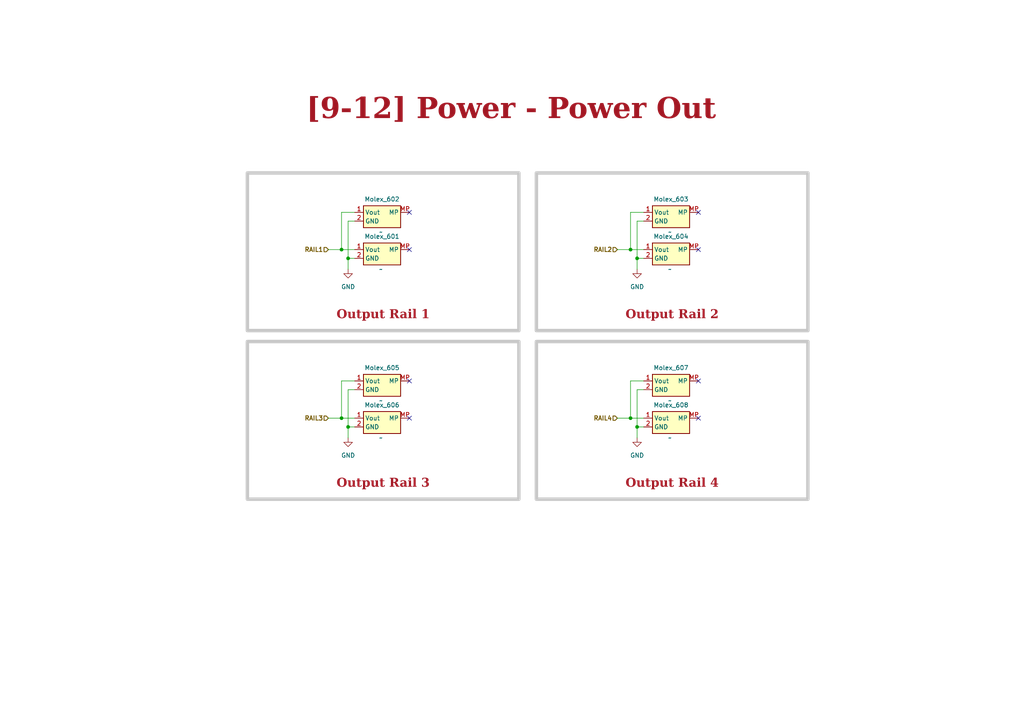
<source format=kicad_sch>
(kicad_sch (version 20231120) (generator "eeschema") (generator_version "8.0")
  (paper "A4")
  (lib_symbols
    (symbol "0_connectors:Molex__755611500"
      (property "Reference" "Molex_755611500" (at 0 0 0))
      (symbol "Molex__755611500_1_1"
        (rectangle (start -5.08 7.62) (end 5.715 1.27) (stroke (width 0.254)) (fill (type background)))
        (pin passive line (at -7.62 5.715 0) (length 2.54) (name "Vout") (number "1"))
        (pin passive line (at -7.62 3.175 0) (length 2.54) (name "GND") (number "2"))
        (pin passive line (at 8.255 5.715 180) (length 2.54) (name "MP") (number "MP"))
      )
    )
    (symbol "power:GND" (power) (pin_names (offset 0))
      (property "Value" "GND" (at 0 -3.81 0))
      (symbol "GND_0_1"
        (polyline (pts (xy 0 0) (xy 0 -1.27) (xy 1.27 -1.27) (xy 0 -2.54) (xy -1.27 -1.27) (xy 0 -1.27)))
      )
      (symbol "GND_1_1"
        (pin power_in line (at 0 0 270) (length 0) hide (name "GND") (number "1"))
      )
    )
  )
  (junction (at 184.785 123.825))
  (junction (at 182.88 121.285))
  (junction (at 100.965 74.93))
  (junction (at 184.785 74.93))
  (junction (at 100.965 123.825))
  (junction (at 99.06 121.285))
  (junction (at 182.88 72.39))
  (junction (at 99.06 72.39))
  (no_connect (at 202.565 61.595))
  (no_connect (at 118.745 110.49))
  (no_connect (at 202.565 72.39))
  (no_connect (at 118.745 61.595))
  (no_connect (at 202.565 110.49))
  (no_connect (at 118.745 121.285))
  (no_connect (at 202.565 121.285))
  (no_connect (at 118.745 72.39))
  (wire (pts (xy 99.06 61.595) (xy 99.06 72.39)))
  (wire (pts (xy 95.25 121.285) (xy 99.06 121.285)))
  (wire (pts (xy 102.87 64.135) (xy 100.965 64.135)))
  (wire (pts (xy 102.87 74.93) (xy 100.965 74.93)))
  (wire (pts (xy 99.06 121.285) (xy 102.87 121.285)))
  (wire (pts (xy 100.965 113.03) (xy 100.965 123.825)))
  (wire (pts (xy 182.88 121.285) (xy 186.69 121.285)))
  (wire (pts (xy 179.07 121.285) (xy 182.88 121.285)))
  (wire (pts (xy 182.88 61.595) (xy 182.88 72.39)))
  (wire (pts (xy 102.87 61.595) (xy 99.06 61.595)))
  (wire (pts (xy 100.965 74.93) (xy 100.965 78.105)))
  (wire (pts (xy 102.87 123.825) (xy 100.965 123.825)))
  (wire (pts (xy 182.88 72.39) (xy 186.69 72.39)))
  (wire (pts (xy 186.69 113.03) (xy 184.785 113.03)))
  (wire (pts (xy 186.69 64.135) (xy 184.785 64.135)))
  (wire (pts (xy 179.07 72.39) (xy 182.88 72.39)))
  (wire (pts (xy 95.25 72.39) (xy 99.06 72.39)))
  (wire (pts (xy 186.69 123.825) (xy 184.785 123.825)))
  (wire (pts (xy 184.785 74.93) (xy 184.785 78.105)))
  (wire (pts (xy 186.69 110.49) (xy 182.88 110.49)))
  (wire (pts (xy 184.785 113.03) (xy 184.785 123.825)))
  (wire (pts (xy 102.87 110.49) (xy 99.06 110.49)))
  (wire (pts (xy 186.69 61.595) (xy 182.88 61.595)))
  (wire (pts (xy 182.88 110.49) (xy 182.88 121.285)))
  (wire (pts (xy 99.06 72.39) (xy 102.87 72.39)))
  (wire (pts (xy 102.87 113.03) (xy 100.965 113.03)))
  (wire (pts (xy 184.785 64.135) (xy 184.785 74.93)))
  (wire (pts (xy 186.69 74.93) (xy 184.785 74.93)))
  (wire (pts (xy 100.965 64.135) (xy 100.965 74.93)))
  (wire (pts (xy 184.785 123.825) (xy 184.785 127)))
  (wire (pts (xy 99.06 110.49) (xy 99.06 121.285)))
  (wire (pts (xy 100.965 123.825) (xy 100.965 127)))
  (rectangle (start 71.755 50.165) (end 150.495 95.885) (stroke (width 1) (color 200 200 200 1)))
  (rectangle (start 155.575 50.165) (end 234.315 95.885) (stroke (width 1) (color 200 200 200 1)))
  (rectangle (start 155.575 99.06) (end 234.315 144.78) (stroke (width 1) (color 200 200 200 1)))
  (rectangle (start 71.755 99.06) (end 150.495 144.78) (stroke (width 1) (color 200 200 200 1)))
  (text_box "[9-12] Power - Power Out\n" (at 12.065 25.4 0) (size 272.415 12.7) (stroke (width -0.0001)) (effects (font (size 6 6) (thickness 1.2) (bold yes))))
  (text_box "Output Rail 1" (at 72.39 85.09 0) (size 77.47 9.525) (stroke (width -0.0001)) (effects (font (size 2.54 2.54) (thickness 0.508) (bold yes)) (justify bottom)))
  (text_box "Output Rail 3\n" (at 72.39 133.985 0) (size 77.47 9.525) (stroke (width -0.0001)) (effects (font (size 2.54 2.54) (thickness 0.508) (bold yes)) (justify bottom)))
  (text_box "Output Rail 2\n\n" (at 156.21 85.09 0) (size 77.47 9.525) (stroke (width -0.0001)) (effects (font (size 2.54 2.54) (thickness 0.508) (bold yes)) (justify bottom)))
  (text_box "Output Rail 4" (at 156.21 133.985 0) (size 77.47 9.525) (stroke (width -0.0001)) (effects (font (size 2.54 2.54) (thickness 0.508) (bold yes)) (justify bottom)))
  (hierarchical_label "RAIL1" (shape input) (at 95.25 72.39 180) (effects (font (thickness 0.254) (bold yes))))
  (hierarchical_label "RAIL4" (shape input) (at 179.07 121.285 180) (effects (font (thickness 0.254) (bold yes))))
  (hierarchical_label "RAIL3" (shape input) (at 95.25 121.285 180) (effects (font (thickness 0.254) (bold yes))))
  (hierarchical_label "RAIL2" (shape input) (at 179.07 72.39 180) (effects (font (thickness 0.254) (bold yes))))
  (symbol (lib_id "0_connectors:Molex__755611500") (at 110.49 67.31 0) (unit 1)
    (property "Reference" "Molex_602" (at 110.8075 57.785 0))
    (property "Value" "~" (at 110.49 67.31 0))
    (property "Footprint" "0_connectors:172448-YY02" (effects (hide yes)))
  )
  (symbol (lib_id "0_connectors:Molex__755611500") (at 194.31 78.105 0) (unit 1)
    (property "Reference" "Molex_604" (at 194.6275 68.58 0))
    (property "Value" "~" (at 194.31 78.105 0))
    (property "Footprint" "0_connectors:172448-YY02" (effects (hide yes)))
  )
  (symbol (lib_id "0_connectors:Molex__755611500") (at 110.49 116.205 0) (unit 1)
    (property "Reference" "Molex_605" (at 110.8075 106.68 0))
    (property "Value" "~" (at 110.49 116.205 0))
    (property "Footprint" "0_connectors:172448-YY02" (effects (hide yes)))
  )
  (symbol (lib_id "0_connectors:Molex__755611500") (at 194.31 67.31 0) (unit 1)
    (property "Reference" "Molex_603" (at 194.6275 57.785 0))
    (property "Value" "~" (at 194.31 67.31 0))
    (property "Footprint" "0_connectors:172448-YY02" (effects (hide yes)))
  )
  (symbol (lib_id "power:GND") (at 184.785 127 0) (unit 1)
    (property "Reference" "#PWR0603" (effects (hide yes)))
    (property "Value" "GND" (at 184.785 132.08 0))
  )
  (symbol (lib_id "0_connectors:Molex__755611500") (at 110.49 127 0) (unit 1)
    (property "Reference" "Molex_606" (at 110.8075 117.475 0))
    (property "Value" "~" (at 110.49 127 0))
    (property "Footprint" "0_connectors:172448-YY02" (effects (hide yes)))
  )
  (symbol (lib_id "power:GND") (at 184.785 78.105 0) (unit 1)
    (property "Reference" "#PWR0601" (effects (hide yes)))
    (property "Value" "GND" (at 184.785 83.185 0))
  )
  (symbol (lib_id "0_connectors:Molex__755611500") (at 194.31 127 0) (unit 1)
    (property "Reference" "Molex_608" (at 194.6275 117.475 0))
    (property "Value" "~" (at 194.31 127 0))
    (property "Footprint" "0_connectors:172448-YY02" (effects (hide yes)))
  )
  (symbol (lib_id "power:GND") (at 100.965 127 0) (unit 1)
    (property "Reference" "#PWR0602" (effects (hide yes)))
    (property "Value" "GND" (at 100.965 132.08 0))
  )
  (symbol (lib_id "0_connectors:Molex__755611500") (at 110.49 78.105 0) (unit 1)
    (property "Reference" "Molex_601" (at 110.8075 68.58 0))
    (property "Value" "~" (at 110.49 78.105 0))
    (property "Footprint" "0_connectors:172448-YY02" (effects (hide yes)))
  )
  (symbol (lib_id "power:GND") (at 100.965 78.105 0) (unit 1)
    (property "Reference" "#PWR0701" (effects (hide yes)))
    (property "Value" "GND" (at 100.965 83.185 0))
  )
  (symbol (lib_id "0_connectors:Molex__755611500") (at 194.31 116.205 0) (unit 1)
    (property "Reference" "Molex_607" (at 194.6275 106.68 0))
    (property "Value" "~" (at 194.31 116.205 0))
    (property "Footprint" "0_connectors:172448-YY02" (effects (hide yes)))
  )
)
</source>
